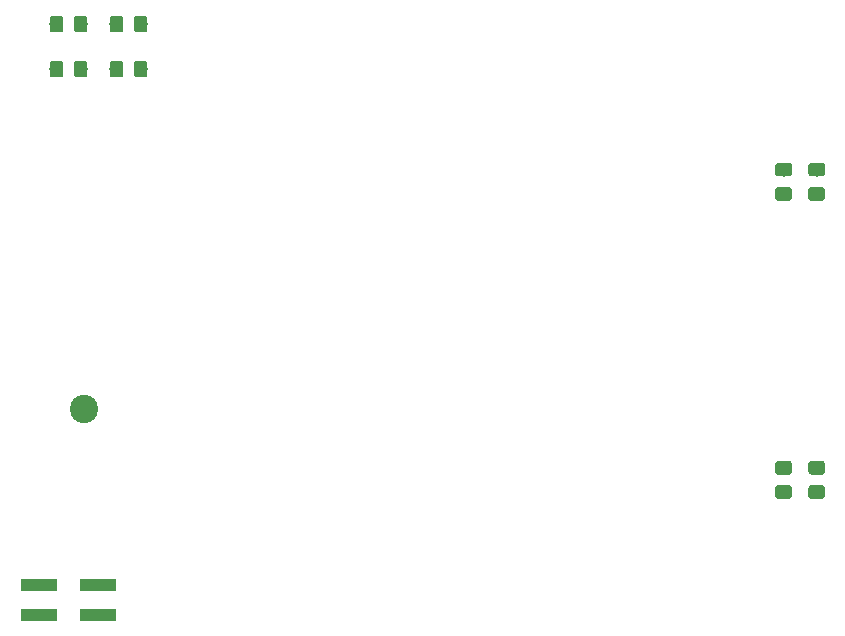
<source format=gbr>
G04 #@! TF.GenerationSoftware,KiCad,Pcbnew,(5.1.2)-2*
G04 #@! TF.CreationDate,2019-10-29T07:50:01+01:00*
G04 #@! TF.ProjectId,Alphabot2.0,416c7068-6162-46f7-9432-2e302e6b6963,1.0*
G04 #@! TF.SameCoordinates,Original*
G04 #@! TF.FileFunction,Paste,Top*
G04 #@! TF.FilePolarity,Positive*
%FSLAX46Y46*%
G04 Gerber Fmt 4.6, Leading zero omitted, Abs format (unit mm)*
G04 Created by KiCad (PCBNEW (5.1.2)-2) date 2019-10-29 07:50:01*
%MOMM*%
%LPD*%
G04 APERTURE LIST*
%ADD10R,3.150000X1.000000*%
%ADD11C,2.400000*%
%ADD12C,0.100000*%
%ADD13C,1.150000*%
G04 APERTURE END LIST*
D10*
X101585000Y-123675000D03*
X96535000Y-123675000D03*
X101585000Y-121135000D03*
X96535000Y-121135000D03*
D11*
X100340000Y-106215000D03*
D12*
G36*
X105514505Y-72961204D02*
G01*
X105538773Y-72964804D01*
X105562572Y-72970765D01*
X105585671Y-72979030D01*
X105607850Y-72989520D01*
X105628893Y-73002132D01*
X105648599Y-73016747D01*
X105666777Y-73033223D01*
X105683253Y-73051401D01*
X105697868Y-73071107D01*
X105710480Y-73092150D01*
X105720970Y-73114329D01*
X105729235Y-73137428D01*
X105735196Y-73161227D01*
X105738796Y-73185495D01*
X105740000Y-73209999D01*
X105740000Y-74110001D01*
X105738796Y-74134505D01*
X105735196Y-74158773D01*
X105729235Y-74182572D01*
X105720970Y-74205671D01*
X105710480Y-74227850D01*
X105697868Y-74248893D01*
X105683253Y-74268599D01*
X105666777Y-74286777D01*
X105648599Y-74303253D01*
X105628893Y-74317868D01*
X105607850Y-74330480D01*
X105585671Y-74340970D01*
X105562572Y-74349235D01*
X105538773Y-74355196D01*
X105514505Y-74358796D01*
X105490001Y-74360000D01*
X104839999Y-74360000D01*
X104815495Y-74358796D01*
X104791227Y-74355196D01*
X104767428Y-74349235D01*
X104744329Y-74340970D01*
X104722150Y-74330480D01*
X104701107Y-74317868D01*
X104681401Y-74303253D01*
X104663223Y-74286777D01*
X104646747Y-74268599D01*
X104632132Y-74248893D01*
X104619520Y-74227850D01*
X104609030Y-74205671D01*
X104600765Y-74182572D01*
X104594804Y-74158773D01*
X104591204Y-74134505D01*
X104590000Y-74110001D01*
X104590000Y-73209999D01*
X104591204Y-73185495D01*
X104594804Y-73161227D01*
X104600765Y-73137428D01*
X104609030Y-73114329D01*
X104619520Y-73092150D01*
X104632132Y-73071107D01*
X104646747Y-73051401D01*
X104663223Y-73033223D01*
X104681401Y-73016747D01*
X104701107Y-73002132D01*
X104722150Y-72989520D01*
X104744329Y-72979030D01*
X104767428Y-72970765D01*
X104791227Y-72964804D01*
X104815495Y-72961204D01*
X104839999Y-72960000D01*
X105490001Y-72960000D01*
X105514505Y-72961204D01*
X105514505Y-72961204D01*
G37*
D13*
X105165000Y-73660000D03*
D12*
G36*
X103464505Y-72961204D02*
G01*
X103488773Y-72964804D01*
X103512572Y-72970765D01*
X103535671Y-72979030D01*
X103557850Y-72989520D01*
X103578893Y-73002132D01*
X103598599Y-73016747D01*
X103616777Y-73033223D01*
X103633253Y-73051401D01*
X103647868Y-73071107D01*
X103660480Y-73092150D01*
X103670970Y-73114329D01*
X103679235Y-73137428D01*
X103685196Y-73161227D01*
X103688796Y-73185495D01*
X103690000Y-73209999D01*
X103690000Y-74110001D01*
X103688796Y-74134505D01*
X103685196Y-74158773D01*
X103679235Y-74182572D01*
X103670970Y-74205671D01*
X103660480Y-74227850D01*
X103647868Y-74248893D01*
X103633253Y-74268599D01*
X103616777Y-74286777D01*
X103598599Y-74303253D01*
X103578893Y-74317868D01*
X103557850Y-74330480D01*
X103535671Y-74340970D01*
X103512572Y-74349235D01*
X103488773Y-74355196D01*
X103464505Y-74358796D01*
X103440001Y-74360000D01*
X102789999Y-74360000D01*
X102765495Y-74358796D01*
X102741227Y-74355196D01*
X102717428Y-74349235D01*
X102694329Y-74340970D01*
X102672150Y-74330480D01*
X102651107Y-74317868D01*
X102631401Y-74303253D01*
X102613223Y-74286777D01*
X102596747Y-74268599D01*
X102582132Y-74248893D01*
X102569520Y-74227850D01*
X102559030Y-74205671D01*
X102550765Y-74182572D01*
X102544804Y-74158773D01*
X102541204Y-74134505D01*
X102540000Y-74110001D01*
X102540000Y-73209999D01*
X102541204Y-73185495D01*
X102544804Y-73161227D01*
X102550765Y-73137428D01*
X102559030Y-73114329D01*
X102569520Y-73092150D01*
X102582132Y-73071107D01*
X102596747Y-73051401D01*
X102613223Y-73033223D01*
X102631401Y-73016747D01*
X102651107Y-73002132D01*
X102672150Y-72989520D01*
X102694329Y-72979030D01*
X102717428Y-72970765D01*
X102741227Y-72964804D01*
X102765495Y-72961204D01*
X102789999Y-72960000D01*
X103440001Y-72960000D01*
X103464505Y-72961204D01*
X103464505Y-72961204D01*
G37*
D13*
X103115000Y-73660000D03*
D12*
G36*
X103464505Y-76771204D02*
G01*
X103488773Y-76774804D01*
X103512572Y-76780765D01*
X103535671Y-76789030D01*
X103557850Y-76799520D01*
X103578893Y-76812132D01*
X103598599Y-76826747D01*
X103616777Y-76843223D01*
X103633253Y-76861401D01*
X103647868Y-76881107D01*
X103660480Y-76902150D01*
X103670970Y-76924329D01*
X103679235Y-76947428D01*
X103685196Y-76971227D01*
X103688796Y-76995495D01*
X103690000Y-77019999D01*
X103690000Y-77920001D01*
X103688796Y-77944505D01*
X103685196Y-77968773D01*
X103679235Y-77992572D01*
X103670970Y-78015671D01*
X103660480Y-78037850D01*
X103647868Y-78058893D01*
X103633253Y-78078599D01*
X103616777Y-78096777D01*
X103598599Y-78113253D01*
X103578893Y-78127868D01*
X103557850Y-78140480D01*
X103535671Y-78150970D01*
X103512572Y-78159235D01*
X103488773Y-78165196D01*
X103464505Y-78168796D01*
X103440001Y-78170000D01*
X102789999Y-78170000D01*
X102765495Y-78168796D01*
X102741227Y-78165196D01*
X102717428Y-78159235D01*
X102694329Y-78150970D01*
X102672150Y-78140480D01*
X102651107Y-78127868D01*
X102631401Y-78113253D01*
X102613223Y-78096777D01*
X102596747Y-78078599D01*
X102582132Y-78058893D01*
X102569520Y-78037850D01*
X102559030Y-78015671D01*
X102550765Y-77992572D01*
X102544804Y-77968773D01*
X102541204Y-77944505D01*
X102540000Y-77920001D01*
X102540000Y-77019999D01*
X102541204Y-76995495D01*
X102544804Y-76971227D01*
X102550765Y-76947428D01*
X102559030Y-76924329D01*
X102569520Y-76902150D01*
X102582132Y-76881107D01*
X102596747Y-76861401D01*
X102613223Y-76843223D01*
X102631401Y-76826747D01*
X102651107Y-76812132D01*
X102672150Y-76799520D01*
X102694329Y-76789030D01*
X102717428Y-76780765D01*
X102741227Y-76774804D01*
X102765495Y-76771204D01*
X102789999Y-76770000D01*
X103440001Y-76770000D01*
X103464505Y-76771204D01*
X103464505Y-76771204D01*
G37*
D13*
X103115000Y-77470000D03*
D12*
G36*
X105514505Y-76771204D02*
G01*
X105538773Y-76774804D01*
X105562572Y-76780765D01*
X105585671Y-76789030D01*
X105607850Y-76799520D01*
X105628893Y-76812132D01*
X105648599Y-76826747D01*
X105666777Y-76843223D01*
X105683253Y-76861401D01*
X105697868Y-76881107D01*
X105710480Y-76902150D01*
X105720970Y-76924329D01*
X105729235Y-76947428D01*
X105735196Y-76971227D01*
X105738796Y-76995495D01*
X105740000Y-77019999D01*
X105740000Y-77920001D01*
X105738796Y-77944505D01*
X105735196Y-77968773D01*
X105729235Y-77992572D01*
X105720970Y-78015671D01*
X105710480Y-78037850D01*
X105697868Y-78058893D01*
X105683253Y-78078599D01*
X105666777Y-78096777D01*
X105648599Y-78113253D01*
X105628893Y-78127868D01*
X105607850Y-78140480D01*
X105585671Y-78150970D01*
X105562572Y-78159235D01*
X105538773Y-78165196D01*
X105514505Y-78168796D01*
X105490001Y-78170000D01*
X104839999Y-78170000D01*
X104815495Y-78168796D01*
X104791227Y-78165196D01*
X104767428Y-78159235D01*
X104744329Y-78150970D01*
X104722150Y-78140480D01*
X104701107Y-78127868D01*
X104681401Y-78113253D01*
X104663223Y-78096777D01*
X104646747Y-78078599D01*
X104632132Y-78058893D01*
X104619520Y-78037850D01*
X104609030Y-78015671D01*
X104600765Y-77992572D01*
X104594804Y-77968773D01*
X104591204Y-77944505D01*
X104590000Y-77920001D01*
X104590000Y-77019999D01*
X104591204Y-76995495D01*
X104594804Y-76971227D01*
X104600765Y-76947428D01*
X104609030Y-76924329D01*
X104619520Y-76902150D01*
X104632132Y-76881107D01*
X104646747Y-76861401D01*
X104663223Y-76843223D01*
X104681401Y-76826747D01*
X104701107Y-76812132D01*
X104722150Y-76799520D01*
X104744329Y-76789030D01*
X104767428Y-76780765D01*
X104791227Y-76774804D01*
X104815495Y-76771204D01*
X104839999Y-76770000D01*
X105490001Y-76770000D01*
X105514505Y-76771204D01*
X105514505Y-76771204D01*
G37*
D13*
X105165000Y-77470000D03*
D12*
G36*
X98384505Y-72961204D02*
G01*
X98408773Y-72964804D01*
X98432572Y-72970765D01*
X98455671Y-72979030D01*
X98477850Y-72989520D01*
X98498893Y-73002132D01*
X98518599Y-73016747D01*
X98536777Y-73033223D01*
X98553253Y-73051401D01*
X98567868Y-73071107D01*
X98580480Y-73092150D01*
X98590970Y-73114329D01*
X98599235Y-73137428D01*
X98605196Y-73161227D01*
X98608796Y-73185495D01*
X98610000Y-73209999D01*
X98610000Y-74110001D01*
X98608796Y-74134505D01*
X98605196Y-74158773D01*
X98599235Y-74182572D01*
X98590970Y-74205671D01*
X98580480Y-74227850D01*
X98567868Y-74248893D01*
X98553253Y-74268599D01*
X98536777Y-74286777D01*
X98518599Y-74303253D01*
X98498893Y-74317868D01*
X98477850Y-74330480D01*
X98455671Y-74340970D01*
X98432572Y-74349235D01*
X98408773Y-74355196D01*
X98384505Y-74358796D01*
X98360001Y-74360000D01*
X97709999Y-74360000D01*
X97685495Y-74358796D01*
X97661227Y-74355196D01*
X97637428Y-74349235D01*
X97614329Y-74340970D01*
X97592150Y-74330480D01*
X97571107Y-74317868D01*
X97551401Y-74303253D01*
X97533223Y-74286777D01*
X97516747Y-74268599D01*
X97502132Y-74248893D01*
X97489520Y-74227850D01*
X97479030Y-74205671D01*
X97470765Y-74182572D01*
X97464804Y-74158773D01*
X97461204Y-74134505D01*
X97460000Y-74110001D01*
X97460000Y-73209999D01*
X97461204Y-73185495D01*
X97464804Y-73161227D01*
X97470765Y-73137428D01*
X97479030Y-73114329D01*
X97489520Y-73092150D01*
X97502132Y-73071107D01*
X97516747Y-73051401D01*
X97533223Y-73033223D01*
X97551401Y-73016747D01*
X97571107Y-73002132D01*
X97592150Y-72989520D01*
X97614329Y-72979030D01*
X97637428Y-72970765D01*
X97661227Y-72964804D01*
X97685495Y-72961204D01*
X97709999Y-72960000D01*
X98360001Y-72960000D01*
X98384505Y-72961204D01*
X98384505Y-72961204D01*
G37*
D13*
X98035000Y-73660000D03*
D12*
G36*
X100434505Y-72961204D02*
G01*
X100458773Y-72964804D01*
X100482572Y-72970765D01*
X100505671Y-72979030D01*
X100527850Y-72989520D01*
X100548893Y-73002132D01*
X100568599Y-73016747D01*
X100586777Y-73033223D01*
X100603253Y-73051401D01*
X100617868Y-73071107D01*
X100630480Y-73092150D01*
X100640970Y-73114329D01*
X100649235Y-73137428D01*
X100655196Y-73161227D01*
X100658796Y-73185495D01*
X100660000Y-73209999D01*
X100660000Y-74110001D01*
X100658796Y-74134505D01*
X100655196Y-74158773D01*
X100649235Y-74182572D01*
X100640970Y-74205671D01*
X100630480Y-74227850D01*
X100617868Y-74248893D01*
X100603253Y-74268599D01*
X100586777Y-74286777D01*
X100568599Y-74303253D01*
X100548893Y-74317868D01*
X100527850Y-74330480D01*
X100505671Y-74340970D01*
X100482572Y-74349235D01*
X100458773Y-74355196D01*
X100434505Y-74358796D01*
X100410001Y-74360000D01*
X99759999Y-74360000D01*
X99735495Y-74358796D01*
X99711227Y-74355196D01*
X99687428Y-74349235D01*
X99664329Y-74340970D01*
X99642150Y-74330480D01*
X99621107Y-74317868D01*
X99601401Y-74303253D01*
X99583223Y-74286777D01*
X99566747Y-74268599D01*
X99552132Y-74248893D01*
X99539520Y-74227850D01*
X99529030Y-74205671D01*
X99520765Y-74182572D01*
X99514804Y-74158773D01*
X99511204Y-74134505D01*
X99510000Y-74110001D01*
X99510000Y-73209999D01*
X99511204Y-73185495D01*
X99514804Y-73161227D01*
X99520765Y-73137428D01*
X99529030Y-73114329D01*
X99539520Y-73092150D01*
X99552132Y-73071107D01*
X99566747Y-73051401D01*
X99583223Y-73033223D01*
X99601401Y-73016747D01*
X99621107Y-73002132D01*
X99642150Y-72989520D01*
X99664329Y-72979030D01*
X99687428Y-72970765D01*
X99711227Y-72964804D01*
X99735495Y-72961204D01*
X99759999Y-72960000D01*
X100410001Y-72960000D01*
X100434505Y-72961204D01*
X100434505Y-72961204D01*
G37*
D13*
X100085000Y-73660000D03*
D12*
G36*
X100434505Y-76771204D02*
G01*
X100458773Y-76774804D01*
X100482572Y-76780765D01*
X100505671Y-76789030D01*
X100527850Y-76799520D01*
X100548893Y-76812132D01*
X100568599Y-76826747D01*
X100586777Y-76843223D01*
X100603253Y-76861401D01*
X100617868Y-76881107D01*
X100630480Y-76902150D01*
X100640970Y-76924329D01*
X100649235Y-76947428D01*
X100655196Y-76971227D01*
X100658796Y-76995495D01*
X100660000Y-77019999D01*
X100660000Y-77920001D01*
X100658796Y-77944505D01*
X100655196Y-77968773D01*
X100649235Y-77992572D01*
X100640970Y-78015671D01*
X100630480Y-78037850D01*
X100617868Y-78058893D01*
X100603253Y-78078599D01*
X100586777Y-78096777D01*
X100568599Y-78113253D01*
X100548893Y-78127868D01*
X100527850Y-78140480D01*
X100505671Y-78150970D01*
X100482572Y-78159235D01*
X100458773Y-78165196D01*
X100434505Y-78168796D01*
X100410001Y-78170000D01*
X99759999Y-78170000D01*
X99735495Y-78168796D01*
X99711227Y-78165196D01*
X99687428Y-78159235D01*
X99664329Y-78150970D01*
X99642150Y-78140480D01*
X99621107Y-78127868D01*
X99601401Y-78113253D01*
X99583223Y-78096777D01*
X99566747Y-78078599D01*
X99552132Y-78058893D01*
X99539520Y-78037850D01*
X99529030Y-78015671D01*
X99520765Y-77992572D01*
X99514804Y-77968773D01*
X99511204Y-77944505D01*
X99510000Y-77920001D01*
X99510000Y-77019999D01*
X99511204Y-76995495D01*
X99514804Y-76971227D01*
X99520765Y-76947428D01*
X99529030Y-76924329D01*
X99539520Y-76902150D01*
X99552132Y-76881107D01*
X99566747Y-76861401D01*
X99583223Y-76843223D01*
X99601401Y-76826747D01*
X99621107Y-76812132D01*
X99642150Y-76799520D01*
X99664329Y-76789030D01*
X99687428Y-76780765D01*
X99711227Y-76774804D01*
X99735495Y-76771204D01*
X99759999Y-76770000D01*
X100410001Y-76770000D01*
X100434505Y-76771204D01*
X100434505Y-76771204D01*
G37*
D13*
X100085000Y-77470000D03*
D12*
G36*
X98384505Y-76771204D02*
G01*
X98408773Y-76774804D01*
X98432572Y-76780765D01*
X98455671Y-76789030D01*
X98477850Y-76799520D01*
X98498893Y-76812132D01*
X98518599Y-76826747D01*
X98536777Y-76843223D01*
X98553253Y-76861401D01*
X98567868Y-76881107D01*
X98580480Y-76902150D01*
X98590970Y-76924329D01*
X98599235Y-76947428D01*
X98605196Y-76971227D01*
X98608796Y-76995495D01*
X98610000Y-77019999D01*
X98610000Y-77920001D01*
X98608796Y-77944505D01*
X98605196Y-77968773D01*
X98599235Y-77992572D01*
X98590970Y-78015671D01*
X98580480Y-78037850D01*
X98567868Y-78058893D01*
X98553253Y-78078599D01*
X98536777Y-78096777D01*
X98518599Y-78113253D01*
X98498893Y-78127868D01*
X98477850Y-78140480D01*
X98455671Y-78150970D01*
X98432572Y-78159235D01*
X98408773Y-78165196D01*
X98384505Y-78168796D01*
X98360001Y-78170000D01*
X97709999Y-78170000D01*
X97685495Y-78168796D01*
X97661227Y-78165196D01*
X97637428Y-78159235D01*
X97614329Y-78150970D01*
X97592150Y-78140480D01*
X97571107Y-78127868D01*
X97551401Y-78113253D01*
X97533223Y-78096777D01*
X97516747Y-78078599D01*
X97502132Y-78058893D01*
X97489520Y-78037850D01*
X97479030Y-78015671D01*
X97470765Y-77992572D01*
X97464804Y-77968773D01*
X97461204Y-77944505D01*
X97460000Y-77920001D01*
X97460000Y-77019999D01*
X97461204Y-76995495D01*
X97464804Y-76971227D01*
X97470765Y-76947428D01*
X97479030Y-76924329D01*
X97489520Y-76902150D01*
X97502132Y-76881107D01*
X97516747Y-76861401D01*
X97533223Y-76843223D01*
X97551401Y-76826747D01*
X97571107Y-76812132D01*
X97592150Y-76799520D01*
X97614329Y-76789030D01*
X97637428Y-76780765D01*
X97661227Y-76774804D01*
X97685495Y-76771204D01*
X97709999Y-76770000D01*
X98360001Y-76770000D01*
X98384505Y-76771204D01*
X98384505Y-76771204D01*
G37*
D13*
X98035000Y-77470000D03*
D12*
G36*
X160074505Y-87451204D02*
G01*
X160098773Y-87454804D01*
X160122572Y-87460765D01*
X160145671Y-87469030D01*
X160167850Y-87479520D01*
X160188893Y-87492132D01*
X160208599Y-87506747D01*
X160226777Y-87523223D01*
X160243253Y-87541401D01*
X160257868Y-87561107D01*
X160270480Y-87582150D01*
X160280970Y-87604329D01*
X160289235Y-87627428D01*
X160295196Y-87651227D01*
X160298796Y-87675495D01*
X160300000Y-87699999D01*
X160300000Y-88350001D01*
X160298796Y-88374505D01*
X160295196Y-88398773D01*
X160289235Y-88422572D01*
X160280970Y-88445671D01*
X160270480Y-88467850D01*
X160257868Y-88488893D01*
X160243253Y-88508599D01*
X160226777Y-88526777D01*
X160208599Y-88543253D01*
X160188893Y-88557868D01*
X160167850Y-88570480D01*
X160145671Y-88580970D01*
X160122572Y-88589235D01*
X160098773Y-88595196D01*
X160074505Y-88598796D01*
X160050001Y-88600000D01*
X159149999Y-88600000D01*
X159125495Y-88598796D01*
X159101227Y-88595196D01*
X159077428Y-88589235D01*
X159054329Y-88580970D01*
X159032150Y-88570480D01*
X159011107Y-88557868D01*
X158991401Y-88543253D01*
X158973223Y-88526777D01*
X158956747Y-88508599D01*
X158942132Y-88488893D01*
X158929520Y-88467850D01*
X158919030Y-88445671D01*
X158910765Y-88422572D01*
X158904804Y-88398773D01*
X158901204Y-88374505D01*
X158900000Y-88350001D01*
X158900000Y-87699999D01*
X158901204Y-87675495D01*
X158904804Y-87651227D01*
X158910765Y-87627428D01*
X158919030Y-87604329D01*
X158929520Y-87582150D01*
X158942132Y-87561107D01*
X158956747Y-87541401D01*
X158973223Y-87523223D01*
X158991401Y-87506747D01*
X159011107Y-87492132D01*
X159032150Y-87479520D01*
X159054329Y-87469030D01*
X159077428Y-87460765D01*
X159101227Y-87454804D01*
X159125495Y-87451204D01*
X159149999Y-87450000D01*
X160050001Y-87450000D01*
X160074505Y-87451204D01*
X160074505Y-87451204D01*
G37*
D13*
X159600000Y-88025000D03*
D12*
G36*
X160074505Y-85401204D02*
G01*
X160098773Y-85404804D01*
X160122572Y-85410765D01*
X160145671Y-85419030D01*
X160167850Y-85429520D01*
X160188893Y-85442132D01*
X160208599Y-85456747D01*
X160226777Y-85473223D01*
X160243253Y-85491401D01*
X160257868Y-85511107D01*
X160270480Y-85532150D01*
X160280970Y-85554329D01*
X160289235Y-85577428D01*
X160295196Y-85601227D01*
X160298796Y-85625495D01*
X160300000Y-85649999D01*
X160300000Y-86300001D01*
X160298796Y-86324505D01*
X160295196Y-86348773D01*
X160289235Y-86372572D01*
X160280970Y-86395671D01*
X160270480Y-86417850D01*
X160257868Y-86438893D01*
X160243253Y-86458599D01*
X160226777Y-86476777D01*
X160208599Y-86493253D01*
X160188893Y-86507868D01*
X160167850Y-86520480D01*
X160145671Y-86530970D01*
X160122572Y-86539235D01*
X160098773Y-86545196D01*
X160074505Y-86548796D01*
X160050001Y-86550000D01*
X159149999Y-86550000D01*
X159125495Y-86548796D01*
X159101227Y-86545196D01*
X159077428Y-86539235D01*
X159054329Y-86530970D01*
X159032150Y-86520480D01*
X159011107Y-86507868D01*
X158991401Y-86493253D01*
X158973223Y-86476777D01*
X158956747Y-86458599D01*
X158942132Y-86438893D01*
X158929520Y-86417850D01*
X158919030Y-86395671D01*
X158910765Y-86372572D01*
X158904804Y-86348773D01*
X158901204Y-86324505D01*
X158900000Y-86300001D01*
X158900000Y-85649999D01*
X158901204Y-85625495D01*
X158904804Y-85601227D01*
X158910765Y-85577428D01*
X158919030Y-85554329D01*
X158929520Y-85532150D01*
X158942132Y-85511107D01*
X158956747Y-85491401D01*
X158973223Y-85473223D01*
X158991401Y-85456747D01*
X159011107Y-85442132D01*
X159032150Y-85429520D01*
X159054329Y-85419030D01*
X159077428Y-85410765D01*
X159101227Y-85404804D01*
X159125495Y-85401204D01*
X159149999Y-85400000D01*
X160050001Y-85400000D01*
X160074505Y-85401204D01*
X160074505Y-85401204D01*
G37*
D13*
X159600000Y-85975000D03*
D12*
G36*
X162874505Y-85401204D02*
G01*
X162898773Y-85404804D01*
X162922572Y-85410765D01*
X162945671Y-85419030D01*
X162967850Y-85429520D01*
X162988893Y-85442132D01*
X163008599Y-85456747D01*
X163026777Y-85473223D01*
X163043253Y-85491401D01*
X163057868Y-85511107D01*
X163070480Y-85532150D01*
X163080970Y-85554329D01*
X163089235Y-85577428D01*
X163095196Y-85601227D01*
X163098796Y-85625495D01*
X163100000Y-85649999D01*
X163100000Y-86300001D01*
X163098796Y-86324505D01*
X163095196Y-86348773D01*
X163089235Y-86372572D01*
X163080970Y-86395671D01*
X163070480Y-86417850D01*
X163057868Y-86438893D01*
X163043253Y-86458599D01*
X163026777Y-86476777D01*
X163008599Y-86493253D01*
X162988893Y-86507868D01*
X162967850Y-86520480D01*
X162945671Y-86530970D01*
X162922572Y-86539235D01*
X162898773Y-86545196D01*
X162874505Y-86548796D01*
X162850001Y-86550000D01*
X161949999Y-86550000D01*
X161925495Y-86548796D01*
X161901227Y-86545196D01*
X161877428Y-86539235D01*
X161854329Y-86530970D01*
X161832150Y-86520480D01*
X161811107Y-86507868D01*
X161791401Y-86493253D01*
X161773223Y-86476777D01*
X161756747Y-86458599D01*
X161742132Y-86438893D01*
X161729520Y-86417850D01*
X161719030Y-86395671D01*
X161710765Y-86372572D01*
X161704804Y-86348773D01*
X161701204Y-86324505D01*
X161700000Y-86300001D01*
X161700000Y-85649999D01*
X161701204Y-85625495D01*
X161704804Y-85601227D01*
X161710765Y-85577428D01*
X161719030Y-85554329D01*
X161729520Y-85532150D01*
X161742132Y-85511107D01*
X161756747Y-85491401D01*
X161773223Y-85473223D01*
X161791401Y-85456747D01*
X161811107Y-85442132D01*
X161832150Y-85429520D01*
X161854329Y-85419030D01*
X161877428Y-85410765D01*
X161901227Y-85404804D01*
X161925495Y-85401204D01*
X161949999Y-85400000D01*
X162850001Y-85400000D01*
X162874505Y-85401204D01*
X162874505Y-85401204D01*
G37*
D13*
X162400000Y-85975000D03*
D12*
G36*
X162874505Y-87451204D02*
G01*
X162898773Y-87454804D01*
X162922572Y-87460765D01*
X162945671Y-87469030D01*
X162967850Y-87479520D01*
X162988893Y-87492132D01*
X163008599Y-87506747D01*
X163026777Y-87523223D01*
X163043253Y-87541401D01*
X163057868Y-87561107D01*
X163070480Y-87582150D01*
X163080970Y-87604329D01*
X163089235Y-87627428D01*
X163095196Y-87651227D01*
X163098796Y-87675495D01*
X163100000Y-87699999D01*
X163100000Y-88350001D01*
X163098796Y-88374505D01*
X163095196Y-88398773D01*
X163089235Y-88422572D01*
X163080970Y-88445671D01*
X163070480Y-88467850D01*
X163057868Y-88488893D01*
X163043253Y-88508599D01*
X163026777Y-88526777D01*
X163008599Y-88543253D01*
X162988893Y-88557868D01*
X162967850Y-88570480D01*
X162945671Y-88580970D01*
X162922572Y-88589235D01*
X162898773Y-88595196D01*
X162874505Y-88598796D01*
X162850001Y-88600000D01*
X161949999Y-88600000D01*
X161925495Y-88598796D01*
X161901227Y-88595196D01*
X161877428Y-88589235D01*
X161854329Y-88580970D01*
X161832150Y-88570480D01*
X161811107Y-88557868D01*
X161791401Y-88543253D01*
X161773223Y-88526777D01*
X161756747Y-88508599D01*
X161742132Y-88488893D01*
X161729520Y-88467850D01*
X161719030Y-88445671D01*
X161710765Y-88422572D01*
X161704804Y-88398773D01*
X161701204Y-88374505D01*
X161700000Y-88350001D01*
X161700000Y-87699999D01*
X161701204Y-87675495D01*
X161704804Y-87651227D01*
X161710765Y-87627428D01*
X161719030Y-87604329D01*
X161729520Y-87582150D01*
X161742132Y-87561107D01*
X161756747Y-87541401D01*
X161773223Y-87523223D01*
X161791401Y-87506747D01*
X161811107Y-87492132D01*
X161832150Y-87479520D01*
X161854329Y-87469030D01*
X161877428Y-87460765D01*
X161901227Y-87454804D01*
X161925495Y-87451204D01*
X161949999Y-87450000D01*
X162850001Y-87450000D01*
X162874505Y-87451204D01*
X162874505Y-87451204D01*
G37*
D13*
X162400000Y-88025000D03*
D12*
G36*
X162874505Y-110641204D02*
G01*
X162898773Y-110644804D01*
X162922572Y-110650765D01*
X162945671Y-110659030D01*
X162967850Y-110669520D01*
X162988893Y-110682132D01*
X163008599Y-110696747D01*
X163026777Y-110713223D01*
X163043253Y-110731401D01*
X163057868Y-110751107D01*
X163070480Y-110772150D01*
X163080970Y-110794329D01*
X163089235Y-110817428D01*
X163095196Y-110841227D01*
X163098796Y-110865495D01*
X163100000Y-110889999D01*
X163100000Y-111540001D01*
X163098796Y-111564505D01*
X163095196Y-111588773D01*
X163089235Y-111612572D01*
X163080970Y-111635671D01*
X163070480Y-111657850D01*
X163057868Y-111678893D01*
X163043253Y-111698599D01*
X163026777Y-111716777D01*
X163008599Y-111733253D01*
X162988893Y-111747868D01*
X162967850Y-111760480D01*
X162945671Y-111770970D01*
X162922572Y-111779235D01*
X162898773Y-111785196D01*
X162874505Y-111788796D01*
X162850001Y-111790000D01*
X161949999Y-111790000D01*
X161925495Y-111788796D01*
X161901227Y-111785196D01*
X161877428Y-111779235D01*
X161854329Y-111770970D01*
X161832150Y-111760480D01*
X161811107Y-111747868D01*
X161791401Y-111733253D01*
X161773223Y-111716777D01*
X161756747Y-111698599D01*
X161742132Y-111678893D01*
X161729520Y-111657850D01*
X161719030Y-111635671D01*
X161710765Y-111612572D01*
X161704804Y-111588773D01*
X161701204Y-111564505D01*
X161700000Y-111540001D01*
X161700000Y-110889999D01*
X161701204Y-110865495D01*
X161704804Y-110841227D01*
X161710765Y-110817428D01*
X161719030Y-110794329D01*
X161729520Y-110772150D01*
X161742132Y-110751107D01*
X161756747Y-110731401D01*
X161773223Y-110713223D01*
X161791401Y-110696747D01*
X161811107Y-110682132D01*
X161832150Y-110669520D01*
X161854329Y-110659030D01*
X161877428Y-110650765D01*
X161901227Y-110644804D01*
X161925495Y-110641204D01*
X161949999Y-110640000D01*
X162850001Y-110640000D01*
X162874505Y-110641204D01*
X162874505Y-110641204D01*
G37*
D13*
X162400000Y-111215000D03*
D12*
G36*
X162874505Y-112691204D02*
G01*
X162898773Y-112694804D01*
X162922572Y-112700765D01*
X162945671Y-112709030D01*
X162967850Y-112719520D01*
X162988893Y-112732132D01*
X163008599Y-112746747D01*
X163026777Y-112763223D01*
X163043253Y-112781401D01*
X163057868Y-112801107D01*
X163070480Y-112822150D01*
X163080970Y-112844329D01*
X163089235Y-112867428D01*
X163095196Y-112891227D01*
X163098796Y-112915495D01*
X163100000Y-112939999D01*
X163100000Y-113590001D01*
X163098796Y-113614505D01*
X163095196Y-113638773D01*
X163089235Y-113662572D01*
X163080970Y-113685671D01*
X163070480Y-113707850D01*
X163057868Y-113728893D01*
X163043253Y-113748599D01*
X163026777Y-113766777D01*
X163008599Y-113783253D01*
X162988893Y-113797868D01*
X162967850Y-113810480D01*
X162945671Y-113820970D01*
X162922572Y-113829235D01*
X162898773Y-113835196D01*
X162874505Y-113838796D01*
X162850001Y-113840000D01*
X161949999Y-113840000D01*
X161925495Y-113838796D01*
X161901227Y-113835196D01*
X161877428Y-113829235D01*
X161854329Y-113820970D01*
X161832150Y-113810480D01*
X161811107Y-113797868D01*
X161791401Y-113783253D01*
X161773223Y-113766777D01*
X161756747Y-113748599D01*
X161742132Y-113728893D01*
X161729520Y-113707850D01*
X161719030Y-113685671D01*
X161710765Y-113662572D01*
X161704804Y-113638773D01*
X161701204Y-113614505D01*
X161700000Y-113590001D01*
X161700000Y-112939999D01*
X161701204Y-112915495D01*
X161704804Y-112891227D01*
X161710765Y-112867428D01*
X161719030Y-112844329D01*
X161729520Y-112822150D01*
X161742132Y-112801107D01*
X161756747Y-112781401D01*
X161773223Y-112763223D01*
X161791401Y-112746747D01*
X161811107Y-112732132D01*
X161832150Y-112719520D01*
X161854329Y-112709030D01*
X161877428Y-112700765D01*
X161901227Y-112694804D01*
X161925495Y-112691204D01*
X161949999Y-112690000D01*
X162850001Y-112690000D01*
X162874505Y-112691204D01*
X162874505Y-112691204D01*
G37*
D13*
X162400000Y-113265000D03*
D12*
G36*
X160074505Y-112691204D02*
G01*
X160098773Y-112694804D01*
X160122572Y-112700765D01*
X160145671Y-112709030D01*
X160167850Y-112719520D01*
X160188893Y-112732132D01*
X160208599Y-112746747D01*
X160226777Y-112763223D01*
X160243253Y-112781401D01*
X160257868Y-112801107D01*
X160270480Y-112822150D01*
X160280970Y-112844329D01*
X160289235Y-112867428D01*
X160295196Y-112891227D01*
X160298796Y-112915495D01*
X160300000Y-112939999D01*
X160300000Y-113590001D01*
X160298796Y-113614505D01*
X160295196Y-113638773D01*
X160289235Y-113662572D01*
X160280970Y-113685671D01*
X160270480Y-113707850D01*
X160257868Y-113728893D01*
X160243253Y-113748599D01*
X160226777Y-113766777D01*
X160208599Y-113783253D01*
X160188893Y-113797868D01*
X160167850Y-113810480D01*
X160145671Y-113820970D01*
X160122572Y-113829235D01*
X160098773Y-113835196D01*
X160074505Y-113838796D01*
X160050001Y-113840000D01*
X159149999Y-113840000D01*
X159125495Y-113838796D01*
X159101227Y-113835196D01*
X159077428Y-113829235D01*
X159054329Y-113820970D01*
X159032150Y-113810480D01*
X159011107Y-113797868D01*
X158991401Y-113783253D01*
X158973223Y-113766777D01*
X158956747Y-113748599D01*
X158942132Y-113728893D01*
X158929520Y-113707850D01*
X158919030Y-113685671D01*
X158910765Y-113662572D01*
X158904804Y-113638773D01*
X158901204Y-113614505D01*
X158900000Y-113590001D01*
X158900000Y-112939999D01*
X158901204Y-112915495D01*
X158904804Y-112891227D01*
X158910765Y-112867428D01*
X158919030Y-112844329D01*
X158929520Y-112822150D01*
X158942132Y-112801107D01*
X158956747Y-112781401D01*
X158973223Y-112763223D01*
X158991401Y-112746747D01*
X159011107Y-112732132D01*
X159032150Y-112719520D01*
X159054329Y-112709030D01*
X159077428Y-112700765D01*
X159101227Y-112694804D01*
X159125495Y-112691204D01*
X159149999Y-112690000D01*
X160050001Y-112690000D01*
X160074505Y-112691204D01*
X160074505Y-112691204D01*
G37*
D13*
X159600000Y-113265000D03*
D12*
G36*
X160074505Y-110641204D02*
G01*
X160098773Y-110644804D01*
X160122572Y-110650765D01*
X160145671Y-110659030D01*
X160167850Y-110669520D01*
X160188893Y-110682132D01*
X160208599Y-110696747D01*
X160226777Y-110713223D01*
X160243253Y-110731401D01*
X160257868Y-110751107D01*
X160270480Y-110772150D01*
X160280970Y-110794329D01*
X160289235Y-110817428D01*
X160295196Y-110841227D01*
X160298796Y-110865495D01*
X160300000Y-110889999D01*
X160300000Y-111540001D01*
X160298796Y-111564505D01*
X160295196Y-111588773D01*
X160289235Y-111612572D01*
X160280970Y-111635671D01*
X160270480Y-111657850D01*
X160257868Y-111678893D01*
X160243253Y-111698599D01*
X160226777Y-111716777D01*
X160208599Y-111733253D01*
X160188893Y-111747868D01*
X160167850Y-111760480D01*
X160145671Y-111770970D01*
X160122572Y-111779235D01*
X160098773Y-111785196D01*
X160074505Y-111788796D01*
X160050001Y-111790000D01*
X159149999Y-111790000D01*
X159125495Y-111788796D01*
X159101227Y-111785196D01*
X159077428Y-111779235D01*
X159054329Y-111770970D01*
X159032150Y-111760480D01*
X159011107Y-111747868D01*
X158991401Y-111733253D01*
X158973223Y-111716777D01*
X158956747Y-111698599D01*
X158942132Y-111678893D01*
X158929520Y-111657850D01*
X158919030Y-111635671D01*
X158910765Y-111612572D01*
X158904804Y-111588773D01*
X158901204Y-111564505D01*
X158900000Y-111540001D01*
X158900000Y-110889999D01*
X158901204Y-110865495D01*
X158904804Y-110841227D01*
X158910765Y-110817428D01*
X158919030Y-110794329D01*
X158929520Y-110772150D01*
X158942132Y-110751107D01*
X158956747Y-110731401D01*
X158973223Y-110713223D01*
X158991401Y-110696747D01*
X159011107Y-110682132D01*
X159032150Y-110669520D01*
X159054329Y-110659030D01*
X159077428Y-110650765D01*
X159101227Y-110644804D01*
X159125495Y-110641204D01*
X159149999Y-110640000D01*
X160050001Y-110640000D01*
X160074505Y-110641204D01*
X160074505Y-110641204D01*
G37*
D13*
X159600000Y-111215000D03*
M02*

</source>
